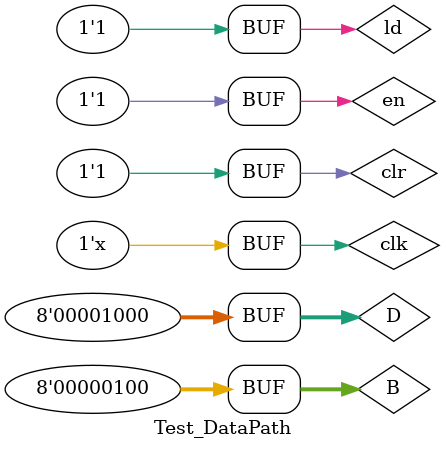
<source format=v>
`timescale 1ns / 1ps

module Test_DataPath();
reg [7:0]D,B;
reg clk,clr,ld,en;
wire [15:0]out1,out2,result;

datapath dut(D,B,clk,clr,ld,en,out1,out2,result);
initial begin
    D=0;B=0;clk=0;clr=0;ld=0;en=0;
    #100;
    D=1;B=0;clk=1;clr=0;ld=1;en=1;
    #10;
    D=2;B=2;clk=1;clr=0;ld=1;en=1;
    #10;
    D=3;B=6;clk=1;clr=0;ld=1;en=1;
    #10;
    D=9;B=3;clk=1;clr=0;ld=1;en=1;
    #10;
    D=0;B=0;clk=1;clr=0;ld=1;en=1;
    #10;
    D=0;B=0;clk=1;clr=1;ld=0;en=1;
    #10;
    D=8;B=4;clk=1;clr=1;ld=1;en=1;
    
    
end

always #10 clk =~clk;
endmodule

</source>
